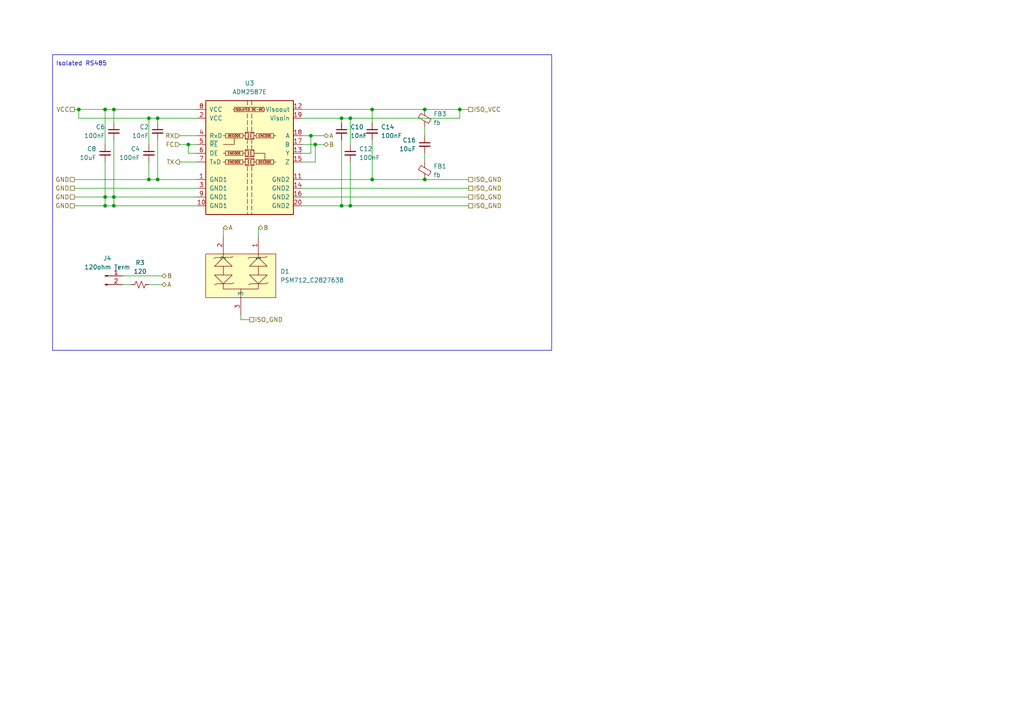
<source format=kicad_sch>
(kicad_sch (version 20250114) (generator "eeschema") (generator_version "9.0")
  (paper "A4")
  (lib_symbols
    (symbol "Connector:Conn_01x02_Pin" (pin_names (offset 1.016) (hide yes))
      (property "Reference" "J" (at 0 2.54 0))
      (property "Value" "Conn_01x02_Pin" (at 0 -5.08 0))
      (symbol "Conn_01x02_Pin_1_1"
        (rectangle (start 0.8636 0.127) (end 0 -0.127) (stroke (width 0.1524)) (fill (type outline)))
        (rectangle (start 0.8636 -2.413) (end 0 -2.667) (stroke (width 0.1524)) (fill (type outline)))
        (polyline (pts (xy 1.27 0) (xy 0.8636 0)) (stroke (width 0.1524)))
        (polyline (pts (xy 1.27 -2.54) (xy 0.8636 -2.54)) (stroke (width 0.1524)))
        (pin passive line (at 5.08 0 180) (length 3.81) (name "Pin_1") (number "1"))
        (pin passive line (at 5.08 -2.54 180) (length 3.81) (name "Pin_2") (number "2"))
      )
    )
    (symbol "Device:C_Small" (pin_numbers (hide yes)) (pin_names (offset 0.254) (hide yes))
      (property "Reference" "C" (at 0.254 1.778 0))
      (property "Value" "C_Small" (at 0.254 -2.032 0))
      (symbol "C_Small_0_1"
        (polyline (pts (xy -1.524 0.508) (xy 1.524 0.508)) (stroke (width 0.3048)))
        (polyline (pts (xy -1.524 -0.508) (xy 1.524 -0.508)) (stroke (width 0.3302)))
      )
      (symbol "C_Small_1_1"
        (pin passive line (at 0 2.54 270) (length 2.032) (name "~") (number "1"))
        (pin passive line (at 0 -2.54 90) (length 2.032) (name "~") (number "2"))
      )
    )
    (symbol "Device:FerriteBead_Small" (pin_numbers (hide yes)) (pin_names (offset 0))
      (property "Reference" "FB" (at 1.905 1.27 0))
      (property "Value" "FerriteBead_Small" (at 1.905 -1.27 0))
      (symbol "FerriteBead_Small_0_1"
        (polyline (pts (xy -1.8288 0.2794) (xy -1.1176 1.4986) (xy 1.8288 -0.2032) (xy 1.1176 -1.4224) (xy -1.8288 0.2794)))
        (polyline (pts (xy 0 0.889) (xy 0 1.2954)))
        (polyline (pts (xy 0 -1.27) (xy 0 -0.7874)))
      )
      (symbol "FerriteBead_Small_1_1"
        (pin passive line (at 0 2.54 270) (length 1.27) (name "~") (number "1"))
        (pin passive line (at 0 -2.54 90) (length 1.27) (name "~") (number "2"))
      )
    )
    (symbol "Device:R_Small_US" (pin_numbers (hide yes)) (pin_names (offset 0.254) (hide yes))
      (property "Reference" "R" (at 0.762 0.508 0))
      (property "Value" "R_Small_US" (at 0.762 -1.016 0))
      (symbol "R_Small_US_1_1"
        (polyline (pts (xy 0 1.524) (xy 1.016 1.143) (xy 0 0.762) (xy -1.016 0.381) (xy 0 0)))
        (polyline (pts (xy 0 0) (xy 1.016 -0.381) (xy 0 -0.762) (xy -1.016 -1.143) (xy 0 -1.524)))
        (pin passive line (at 0 2.54 270) (length 1.016) (name "~") (number "1"))
        (pin passive line (at 0 -2.54 90) (length 1.016) (name "~") (number "2"))
      )
    )
    (symbol "EasyEDA:PSM712_C2827638"
      (property "Reference" "D" (at 0 16.51 0))
      (property "Value" "PSM712_C2827638" (at 0 -16.51 0))
      (symbol "PSM712_C2827638_0_1"
        (rectangle (start -10.16 6.35) (end 10.16 -6.35) (fill (type background)))
        (polyline (pts (xy -7.62 -0.25) (xy -5.08 2.29)))
        (polyline (pts (xy -7.62 -2.79) (xy -5.08 -5.33)))
        (polyline (pts (xy -7.62 -5.59) (xy -6.86 -5.33) (xy -6.1 -5.33) (xy -2.79 -5.33) (xy -2.03 -5.08)))
        (polyline (pts (xy -5.08 2.29) (xy -5.08 3.81) (xy 5.08 3.81) (xy 5.08 2.29)))
        (polyline (pts (xy -5.08 -0.25) (xy -5.08 -2.79)))
        (polyline (pts (xy -5.08 -5.33) (xy -5.08 -6.35)))
        (polyline (pts (xy -2.54 -0.25) (xy -7.62 -0.25)))
        (polyline (pts (xy -2.54 -0.25) (xy -5.08 2.29)))
        (polyline (pts (xy -2.54 -2.79) (xy -7.62 -2.79)))
        (polyline (pts (xy -2.54 -2.79) (xy -5.08 -5.33)))
        (polyline (pts (xy -2.29 2.54) (xy -3.05 2.29) (xy -3.81 2.29) (xy -7.11 2.29) (xy -7.87 2.03)))
        (polyline (pts (xy 0 6.35) (xy 0 3.81)))
        (polyline (pts (xy 2.29 -5.59) (xy 3.05 -5.33) (xy 3.81 -5.33) (xy 7.11 -5.33) (xy 7.87 -5.08)))
        (polyline (pts (xy 2.54 -0.25) (xy 5.08 2.29)))
        (polyline (pts (xy 2.54 -0.25) (xy 7.62 -0.25)))
        (polyline (pts (xy 2.54 -2.79) (xy 5.08 -5.33)))
        (polyline (pts (xy 2.54 -2.79) (xy 7.62 -2.79)))
        (polyline (pts (xy 5.08 -0.25) (xy 5.08 -2.79)))
        (polyline (pts (xy 5.08 -5.33) (xy 5.08 -6.35)))
        (polyline (pts (xy 7.62 2.54) (xy 6.86 2.29) (xy 6.1 2.29) (xy 2.79 2.29) (xy 2.03 2.03)))
        (polyline (pts (xy 7.62 -0.25) (xy 5.08 2.29)))
        (polyline (pts (xy 7.62 -2.79) (xy 5.08 -5.33)))
        (pin unspecified line (at -5.08 -11.43 90) (length 5.08) (name "1") (number "1"))
        (pin unspecified line (at 0 11.43 270) (length 5.08) (name "3") (number "3"))
        (pin unspecified line (at 5.08 -11.43 90) (length 5.08) (name "2") (number "2"))
      )
    )
    (symbol "Interface_UART:ADM2587E" (pin_names (offset 1.016))
      (property "Reference" "U" (at 0 21.59 0))
      (property "Value" "ADM2587E" (at 0 19.05 0))
      (symbol "ADM2587E_0_0"
        (polyline (pts (xy -6.985 7.62) (xy -7.62 7.62)))
        (polyline (pts (xy -6.985 2.54) (xy -7.62 2.54)))
        (polyline (pts (xy -6.985 0) (xy -7.62 0)))
        (polyline (pts (xy -4.445 15.875) (xy -4.445 14.605)))
        (polyline (pts (xy -4.445 15.24) (xy -4.826 15.24)))
        (polyline (pts (xy -4.445 14.605) (xy 4.191 14.605)))
        (polyline (pts (xy -1.905 7.62) (xy -1.27 7.62)))
        (polyline (pts (xy -1.905 2.54) (xy -1.27 2.54)))
        (rectangle (start -1.905 0.635) (end -6.985 -0.635))
        (polyline (pts (xy -1.905 0) (xy -1.27 0)))
        (rectangle (start -1.27 8.636) (end 1.27 6.604))
        (polyline (pts (xy -1.27 8.382) (xy -0.508 8.382)))
        (polyline (pts (xy -1.27 6.858) (xy -0.508 6.858)))
        (rectangle (start -1.27 3.556) (end 1.27 1.524))
        (polyline (pts (xy -1.27 3.302) (xy -0.508 3.302)))
        (polyline (pts (xy -1.27 1.778) (xy -0.508 1.778)))
        (rectangle (start -1.27 1.016) (end 1.27 -1.016))
        (polyline (pts (xy -1.27 0.762) (xy -0.508 0.762)))
        (polyline (pts (xy -1.27 -0.762) (xy -0.508 -0.762)))
        (polyline (pts (xy -0.635 17.78) (xy -0.635 16.51)))
        (polyline (pts (xy -0.635 12.7) (xy -0.635 13.97)))
        (polyline (pts (xy -0.635 10.795) (xy -0.635 12.065)))
        (polyline (pts (xy -0.635 8.89) (xy -0.635 10.16)))
        (polyline (pts (xy -0.635 6.35) (xy -0.635 5.334)))
        (polyline (pts (xy -0.635 4.826) (xy -0.635 3.81)))
        (polyline (pts (xy -0.635 -1.27) (xy -0.635 -2.54)))
        (polyline (pts (xy -0.635 -3.175) (xy -0.635 -4.445)))
        (polyline (pts (xy -0.635 -5.08) (xy -0.635 -6.35)))
        (polyline (pts (xy -0.635 -6.985) (xy -0.635 -8.255)))
        (polyline (pts (xy -0.635 -8.89) (xy -0.635 -10.16)))
        (polyline (pts (xy -0.635 -10.795) (xy -0.635 -12.065)))
        (polyline (pts (xy -0.635 -12.7) (xy -0.635 -13.97)))
        (polyline (pts (xy -0.635 -14.605) (xy -0.635 -15.24)))
        (arc (start -0.508 8.382) (mid -0.2551 8.128) (end -0.508 7.874))
        (arc (start -0.508 7.874) (mid -0.2551 7.62) (end -0.508 7.366))
        (arc (start -0.508 7.366) (mid -0.2551 7.112) (end -0.508 6.858))
        (arc (start -0.508 3.302) (mid -0.2551 3.048) (end -0.508 2.794))
        (arc (start -0.508 2.794) (mid -0.2551 2.54) (end -0.508 2.286))
        (arc (start -0.508 2.286) (mid -0.2551 2.032) (end -0.508 1.778))
        (arc (start -0.508 0.762) (mid -0.2551 0.508) (end -0.508 0.254))
        (arc (start -0.508 0.254) (mid -0.2551 0) (end -0.508 -0.254))
        (arc (start -0.508 -0.254) (mid -0.2551 -0.508) (end -0.508 -0.762))
        (arc (start 0.508 7.874) (mid 0.255 8.128) (end 0.508 8.382))
        (arc (start 0.508 7.366) (mid 0.255 7.62) (end 0.508 7.874))
        (arc (start 0.508 6.858) (mid 0.255 7.112) (end 0.508 7.366))
        (arc (start 0.508 2.794) (mid 0.255 3.048) (end 0.508 3.302))
        (arc (start 0.508 2.286) (mid 0.255 2.54) (end 0.508 2.794))
        (arc (start 0.508 1.778) (mid 0.255 2.032) (end 0.508 2.286))
        (arc (start 0.508 0.254) (mid 0.255 0.508) (end 0.508 0.762))
        (arc (start 0.508 -0.254) (mid 0.255 0) (end 0.508 0.254))
        (arc (start 0.508 -0.762) (mid 0.255 -0.508) (end 0.508 -0.254))
        (polyline (pts (xy 0.635 17.78) (xy 0.635 16.51)))
        (polyline (pts (xy 0.635 13.97) (xy 0.635 12.7)))
        (polyline (pts (xy 0.635 12.065) (xy 0.635 10.795)))
        (polyline (pts (xy 0.635 8.89) (xy 0.635 10.16)))
        (polyline (pts (xy 0.635 6.35) (xy 0.635 5.334)))
        (polyline (pts (xy 0.635 3.81) (xy 0.635 4.826)))
        (polyline (pts (xy 0.635 -1.27) (xy 0.635 -2.54)))
        (polyline (pts (xy 0.635 -3.175) (xy 0.635 -4.445)))
        (polyline (pts (xy 0.635 -5.08) (xy 0.635 -6.35)))
        (polyline (pts (xy 0.635 -6.985) (xy 0.635 -8.255)))
        (polyline (pts (xy 0.635 -8.89) (xy 0.635 -10.16)))
        (polyline (pts (xy 0.635 -10.795) (xy 0.635 -12.065)))
        (polyline (pts (xy 0.635 -12.7) (xy 0.635 -13.97)))
        (polyline (pts (xy 0.635 -14.605) (xy 0.635 -15.24)))
        (polyline (pts (xy 1.27 8.382) (xy 0.508 8.382)))
        (polyline (pts (xy 1.27 6.858) (xy 0.508 6.858)))
        (polyline (pts (xy 1.27 3.302) (xy 0.508 3.302)))
        (polyline (pts (xy 1.27 1.778) (xy 0.508 1.778)))
        (polyline (pts (xy 1.27 0.762) (xy 0.508 0.762)))
        (polyline (pts (xy 1.27 -0.762) (xy 0.508 -0.762)))
        (rectangle (start 1.905 8.255) (end 6.985 6.985))
        (polyline (pts (xy 1.905 7.62) (xy 1.27 7.62)))
        (rectangle (start 1.905 0.635) (end 6.985 -0.635))
        (polyline (pts (xy 1.905 0) (xy 1.27 0)))
        (polyline (pts (xy 4.191 15.875) (xy -4.445 15.875)))
        (polyline (pts (xy 4.191 15.875) (xy 4.191 14.605)))
        (polyline (pts (xy 4.191 15.24) (xy 4.572 15.24)))
        (polyline (pts (xy 6.985 7.62) (xy 7.62 7.62)))
        (polyline (pts (xy 6.985 0) (xy 7.62 0)))
        (text "DECODE" (at -4.445 7.62 0) (effects (font (size 0.635 0.635))))
        (text "ENCODE" (at -4.445 2.54 0) (effects (font (size 0.635 0.635))))
        (text "ENCODE" (at -4.445 0 0) (effects (font (size 0.635 0.635))))
        (text "ISOLATED DC-DC" (at -0.127 15.24 0) (effects (font (size 0.635 0.635))))
        (text "ENCODE" (at 4.445 7.62 0) (effects (font (size 0.635 0.635))))
        (text "DECODE" (at 4.445 0 0) (effects (font (size 0.635 0.635))))
      )
      (symbol "ADM2587E_0_1"
        (rectangle (start -12.7 17.78) (end 12.7 -15.24) (stroke (width 0.254)) (fill (type background)))
        (polyline (pts (xy -7.62 5.08) (xy -4.445 5.08) (xy -4.445 6.985)))
        (rectangle (start -1.905 8.255) (end -6.985 6.985))
        (rectangle (start -1.905 3.175) (end -6.985 1.905))
        (polyline (pts (xy 1.27 2.54) (xy 4.445 2.54) (xy 4.445 0.635)))
      )
      (symbol "ADM2587E_1_1"
        (pin power_in line (at -15.24 15.24 0) (length 2.54) (name "VCC") (number "8"))
        (pin power_in line (at -15.24 12.7 0) (length 2.54) (name "VCC") (number "2"))
        (pin output line (at -15.24 7.62 0) (length 2.54) (name "RxD") (number "4"))
        (pin input line (at -15.24 5.08 0) (length 2.54) (name "~{RE}") (number "5"))
        (pin input line (at -15.24 2.54 0) (length 2.54) (name "DE") (number "6"))
        (pin input line (at -15.24 0 0) (length 2.54) (name "TxD") (number "7"))
        (pin power_in line (at -15.24 -5.08 0) (length 2.54) (name "GND1") (number "1"))
        (pin power_in line (at -15.24 -7.62 0) (length 2.54) (name "GND1") (number "3"))
        (pin power_in line (at -15.24 -10.16 0) (length 2.54) (name "GND1") (number "9"))
        (pin power_in line (at -15.24 -12.7 0) (length 2.54) (name "GND1") (number "10"))
        (pin power_out line (at 15.24 15.24 180) (length 2.54) (name "Visoout") (number "12"))
        (pin power_in line (at 15.24 12.7 180) (length 2.54) (name "Visoin") (number "19"))
        (pin input line (at 15.24 7.62 180) (length 2.54) (name "A") (number "18"))
        (pin input line (at 15.24 5.08 180) (length 2.54) (name "B") (number "17"))
        (pin output line (at 15.24 2.54 180) (length 2.54) (name "Y") (number "13"))
        (pin output line (at 15.24 0 180) (length 2.54) (name "Z") (number "15"))
        (pin power_in line (at 15.24 -5.08 180) (length 2.54) (name "GND2") (number "11"))
        (pin power_in line (at 15.24 -7.62 180) (length 2.54) (name "GND2") (number "14"))
        (pin power_in line (at 15.24 -10.16 180) (length 2.54) (name "GND2") (number "16"))
        (pin power_in line (at 15.24 -12.7 180) (length 2.54) (name "GND2") (number "20"))
      )
    )
  )
  (rectangle (start 15.24 15.875) (end 160.02 101.6))
  (text "Isolated RS485" (at 23.622 18.542 0) (effects (font (size 1.27 1.27))))
  (junction (at 45.72 52.07))
  (junction (at 30.48 59.69))
  (junction (at 133.35 31.75))
  (junction (at 99.06 59.69))
  (junction (at 45.72 34.29))
  (junction (at 101.6 34.29))
  (junction (at 33.02 31.75))
  (junction (at 54.61 41.91))
  (junction (at 43.18 52.07))
  (junction (at 33.02 59.69))
  (junction (at 107.95 52.07))
  (junction (at 99.06 34.29))
  (junction (at 123.19 31.75))
  (junction (at 101.6 59.69))
  (junction (at 90.17 39.37))
  (junction (at 107.95 31.75))
  (junction (at 43.18 34.29))
  (junction (at 30.48 57.15))
  (junction (at 22.86 31.75))
  (junction (at 33.02 57.15))
  (junction (at 123.19 52.07))
  (junction (at 91.44 41.91))
  (junction (at 30.48 31.75))
  (wire (pts (xy 99.06 34.29) (xy 101.6 34.29)))
  (wire (pts (xy 99.06 59.69) (xy 101.6 59.69)))
  (wire (pts (xy 107.95 31.75) (xy 107.95 35.56)))
  (wire (pts (xy 35.56 82.55) (xy 38.1 82.55)))
  (wire (pts (xy 87.63 52.07) (xy 107.95 52.07)))
  (wire (pts (xy 52.07 39.37) (xy 57.15 39.37)))
  (wire (pts (xy 54.61 41.91) (xy 57.15 41.91)))
  (wire (pts (xy 30.48 31.75) (xy 30.48 41.91)))
  (wire (pts (xy 45.72 52.07) (xy 57.15 52.07)))
  (wire (pts (xy 33.02 31.75) (xy 33.02 35.56)))
  (wire (pts (xy 87.63 39.37) (xy 90.17 39.37)))
  (wire (pts (xy 33.02 59.69) (xy 57.15 59.69)))
  (wire (pts (xy 33.02 57.15) (xy 57.15 57.15)))
  (wire (pts (xy 133.35 34.29) (xy 133.35 31.75)))
  (wire (pts (xy 30.48 59.69) (xy 33.02 59.69)))
  (wire (pts (xy 30.48 46.99) (xy 30.48 57.15)))
  (wire (pts (xy 87.63 31.75) (xy 107.95 31.75)))
  (wire (pts (xy 22.86 34.29) (xy 43.18 34.29)))
  (wire (pts (xy 45.72 40.64) (xy 45.72 52.07)))
  (wire (pts (xy 74.93 66.04) (xy 74.93 68.58)))
  (wire (pts (xy 33.02 57.15) (xy 33.02 59.69)))
  (wire (pts (xy 43.18 82.55) (xy 46.99 82.55)))
  (wire (pts (xy 43.18 52.07) (xy 45.72 52.07)))
  (wire (pts (xy 21.59 54.61) (xy 57.15 54.61)))
  (wire (pts (xy 30.48 57.15) (xy 33.02 57.15)))
  (wire (pts (xy 21.59 52.07) (xy 43.18 52.07)))
  (wire (pts (xy 87.63 54.61) (xy 135.89 54.61)))
  (wire (pts (xy 30.48 31.75) (xy 33.02 31.75)))
  (wire (pts (xy 87.63 44.45) (xy 90.17 44.45)))
  (wire (pts (xy 35.56 80.01) (xy 46.99 80.01)))
  (wire (pts (xy 33.02 31.75) (xy 57.15 31.75)))
  (wire (pts (xy 21.59 59.69) (xy 30.48 59.69)))
  (wire (pts (xy 91.44 41.91) (xy 91.44 46.99)))
  (wire (pts (xy 91.44 41.91) (xy 93.98 41.91)))
  (wire (pts (xy 87.63 46.99) (xy 91.44 46.99)))
  (wire (pts (xy 57.15 44.45) (xy 54.61 44.45)))
  (wire (pts (xy 107.95 40.64) (xy 107.95 52.07)))
  (wire (pts (xy 21.59 57.15) (xy 30.48 57.15)))
  (wire (pts (xy 69.85 91.44) (xy 69.85 92.71)))
  (wire (pts (xy 69.85 92.71) (xy 72.39 92.71)))
  (wire (pts (xy 33.02 40.64) (xy 33.02 57.15)))
  (wire (pts (xy 43.18 46.99) (xy 43.18 52.07)))
  (wire (pts (xy 54.61 44.45) (xy 54.61 41.91)))
  (wire (pts (xy 64.77 66.04) (xy 64.77 68.58)))
  (wire (pts (xy 123.19 52.07) (xy 135.89 52.07)))
  (wire (pts (xy 101.6 59.69) (xy 135.89 59.69)))
  (wire (pts (xy 101.6 46.99) (xy 101.6 59.69)))
  (wire (pts (xy 107.95 52.07) (xy 123.19 52.07)))
  (wire (pts (xy 90.17 39.37) (xy 93.98 39.37)))
  (wire (pts (xy 123.19 44.45) (xy 123.19 46.99)))
  (wire (pts (xy 101.6 34.29) (xy 133.35 34.29)))
  (wire (pts (xy 87.63 59.69) (xy 99.06 59.69)))
  (wire (pts (xy 21.59 31.75) (xy 22.86 31.75)))
  (wire (pts (xy 22.86 31.75) (xy 30.48 31.75)))
  (wire (pts (xy 99.06 40.64) (xy 99.06 59.69)))
  (wire (pts (xy 52.07 46.99) (xy 57.15 46.99)))
  (wire (pts (xy 123.19 31.75) (xy 133.35 31.75)))
  (wire (pts (xy 87.63 57.15) (xy 135.89 57.15)))
  (wire (pts (xy 101.6 34.29) (xy 101.6 41.91)))
  (wire (pts (xy 43.18 34.29) (xy 45.72 34.29)))
  (wire (pts (xy 90.17 39.37) (xy 90.17 44.45)))
  (wire (pts (xy 133.35 31.75) (xy 135.89 31.75)))
  (wire (pts (xy 22.86 31.75) (xy 22.86 34.29)))
  (wire (pts (xy 107.95 31.75) (xy 123.19 31.75)))
  (wire (pts (xy 87.63 34.29) (xy 99.06 34.29)))
  (wire (pts (xy 52.07 41.91) (xy 54.61 41.91)))
  (wire (pts (xy 123.19 36.83) (xy 123.19 39.37)))
  (wire (pts (xy 99.06 34.29) (xy 99.06 35.56)))
  (wire (pts (xy 43.18 34.29) (xy 43.18 41.91)))
  (wire (pts (xy 87.63 41.91) (xy 91.44 41.91)))
  (wire (pts (xy 45.72 34.29) (xy 45.72 35.56)))
  (wire (pts (xy 30.48 57.15) (xy 30.48 59.69)))
  (wire (pts (xy 45.72 34.29) (xy 57.15 34.29)))
  (hierarchical_label "ISO_GND" (shape passive) (at 135.89 52.07 0))
  (hierarchical_label "ISO_GND" (shape passive) (at 135.89 57.15 0))
  (hierarchical_label "ISO_VCC" (shape passive) (at 135.89 31.75 0))
  (hierarchical_label "B" (shape bidirectional) (at 74.93 66.04 0))
  (hierarchical_label "ISO_GND" (shape passive) (at 72.39 92.71 0))
  (hierarchical_label "GND" (shape passive) (at 21.59 57.15 180))
  (hierarchical_label "GND" (shape passive) (at 21.59 59.69 180))
  (hierarchical_label "A" (shape bidirectional) (at 46.99 82.55 0))
  (hierarchical_label "FC" (shape input) (at 52.07 41.91 180))
  (hierarchical_label "A" (shape bidirectional) (at 93.98 39.37 0))
  (hierarchical_label "A" (shape bidirectional) (at 64.77 66.04 0))
  (hierarchical_label "RX" (shape input) (at 52.07 39.37 180))
  (hierarchical_label "B" (shape bidirectional) (at 46.99 80.01 0))
  (hierarchical_label "GND" (shape passive) (at 21.59 54.61 180))
  (hierarchical_label "B" (shape bidirectional) (at 93.98 41.91 0))
  (hierarchical_label "ISO_GND" (shape passive) (at 135.89 59.69 0))
  (hierarchical_label "VCC" (shape passive) (at 21.59 31.75 180))
  (hierarchical_label "TX" (shape output) (at 52.07 46.99 180))
  (hierarchical_label "GND" (shape passive) (at 21.59 52.07 180))
  (hierarchical_label "ISO_GND" (shape passive) (at 135.89 54.61 0))
  (symbol (lib_id "Connector:Conn_01x02_Pin") (at 30.48 80.01 0) (unit 1)
    (property "Reference" "J4" (at 31.115 74.93 0))
    (property "Value" "120ohm Term" (at 31.115 77.47 0))
    (property "Footprint" "Connector_PinHeader_2.54mm:PinHeader_1x02_P2.54mm_Vertical" (effects (hide yes)))
    (property "Description" "Generic connector, single row, 01x02, script generated" (effects (hide yes)))
    (instances (project "" (path "" (reference "J4") (unit 1)) (path "" (reference "J9") (unit 1))))
  )
  (symbol (lib_id "Device:C_Small") (at 30.48 44.45 0) (mirror y) (unit 1)
    (property "Reference" "C8" (at 27.94 43.1862 0) (effects (justify left)))
    (property "Value" "10uF" (at 27.94 45.7262 0) (effects (justify left)))
    (property "Footprint" "Capacitor_SMD:C_0402_1005Metric" (effects (hide yes)))
    (property "Description" "Unpolarized capacitor, small symbol" (effects (hide yes)))
    (instances (project "Pool-Spa-Controller-V2" (path "" (reference "C8") (unit 1)) (path "" (reference "C9") (unit 1))))
  )
  (symbol (lib_id "Device:C_Small") (at 33.02 38.1 0) (mirror y) (unit 1)
    (property "Reference" "C6" (at 30.48 36.8362 0) (effects (justify left)))
    (property "Value" "100nF" (at 30.48 39.3762 0) (effects (justify left)))
    (property "Footprint" "Capacitor_SMD:C_0402_1005Metric" (effects (hide yes)))
    (property "Description" "Unpolarized capacitor, small symbol" (effects (hide yes)))
    (instances (project "Pool-Spa-Controller-V2" (path "" (reference "C6") (unit 1)) (path "" (reference "C7") (unit 1))))
  )
  (symbol (lib_id "EasyEDA:PSM712_C2827638") (at 69.85 80.01 180) (unit 1)
    (property "Reference" "D1" (at 81.28 78.7399 0) (effects (justify right)))
    (property "Value" "PSM712_C2827638" (at 81.28 81.2799 0) (effects (justify right)))
    (property "Footprint" "EasyEDA:SOT-23-3_L2.9-W1.3-P1.90-LS2.4-BL-2" (effects (hide yes)))
    (property "LCSC Part" "C2827638" (effects (hide yes)))
    (instances (project "" (path "" (reference "D1") (unit 1)) (path "" (reference "D2") (unit 1))))
  )
  (symbol (lib_id "Device:C_Small") (at 45.72 38.1 0) (mirror y) (unit 1)
    (property "Reference" "C2" (at 43.18 36.8362 0) (effects (justify left)))
    (property "Value" "10nF" (at 43.18 39.3762 0) (effects (justify left)))
    (property "Footprint" "Capacitor_SMD:C_0402_1005Metric" (effects (hide yes)))
    (property "Description" "Unpolarized capacitor, small symbol" (effects (hide yes)))
    (instances (project "" (path "" (reference "C2") (unit 1)) (path "" (reference "C3") (unit 1))))
  )
  (symbol (lib_id "Device:R_Small_US") (at 40.64 82.55 90) (unit 1)
    (property "Reference" "R3" (at 40.64 76.2 90))
    (property "Value" "120" (at 40.64 78.74 90))
    (property "Footprint" "Resistor_SMD:R_0402_1005Metric" (effects (hide yes)))
    (property "Description" "Resistor, small US symbol" (effects (hide yes)))
    (instances (project "" (path "" (reference "R3") (unit 1)) (path "" (reference "R4") (unit 1))))
  )
  (symbol (lib_id "Device:FerriteBead_Small") (at 123.19 49.53 0) (unit 1)
    (property "Reference" "FB1" (at 125.73 48.2218 0) (effects (justify left)))
    (property "Value" "fb" (at 125.73 50.7618 0) (effects (justify left)))
    (property "Footprint" "Inductor_SMD:L_0402_1005Metric" (effects (hide yes)))
    (property "Description" "Ferrite bead, small symbol" (effects (hide yes)))
    (instances (project "" (path "" (reference "FB1") (unit 1)) (path "" (reference "FB2") (unit 1))))
  )
  (symbol (lib_id "Device:C_Small") (at 107.95 38.1 0) (unit 1)
    (property "Reference" "C14" (at 110.49 36.8362 0) (effects (justify left)))
    (property "Value" "100nF" (at 110.49 39.3762 0) (effects (justify left)))
    (property "Footprint" "Capacitor_SMD:C_0402_1005Metric" (effects (hide yes)))
    (property "Description" "Unpolarized capacitor, small symbol" (effects (hide yes)))
    (instances (project "Pool-Spa-Controller-V2" (path "" (reference "C14") (unit 1)) (path "" (reference "C15") (unit 1))))
  )
  (symbol (lib_id "Device:C_Small") (at 101.6 44.45 0) (unit 1)
    (property "Reference" "C12" (at 104.14 43.1862 0) (effects (justify left)))
    (property "Value" "100nF" (at 104.14 45.7262 0) (effects (justify left)))
    (property "Footprint" "Capacitor_SMD:C_0402_1005Metric" (effects (hide yes)))
    (property "Description" "Unpolarized capacitor, small symbol" (effects (hide yes)))
    (instances (project "Pool-Spa-Controller-V2" (path "" (reference "C12") (unit 1)) (path "" (reference "C13") (unit 1))))
  )
  (symbol (lib_id "Device:C_Small") (at 43.18 44.45 0) (mirror y) (unit 1)
    (property "Reference" "C4" (at 40.64 43.1862 0) (effects (justify left)))
    (property "Value" "100nF" (at 40.64 45.7262 0) (effects (justify left)))
    (property "Footprint" "Capacitor_SMD:C_0402_1005Metric" (effects (hide yes)))
    (property "Description" "Unpolarized capacitor, small symbol" (effects (hide yes)))
    (instances (project "Pool-Spa-Controller-V2" (path "" (reference "C4") (unit 1)) (path "" (reference "C5") (unit 1))))
  )
  (symbol (lib_id "Device:C_Small") (at 123.19 41.91 0) (mirror y) (unit 1)
    (property "Reference" "C16" (at 120.65 40.6462 0) (effects (justify left)))
    (property "Value" "10uF" (at 120.65 43.1862 0) (effects (justify left)))
    (property "Footprint" "Capacitor_SMD:C_0402_1005Metric" (effects (hide yes)))
    (property "Description" "Unpolarized capacitor, small symbol" (effects (hide yes)))
    (instances (project "Pool-Spa-Controller-V2" (path "" (reference "C16") (unit 1)) (path "" (reference "C17") (unit 1))))
  )
  (symbol (lib_id "Interface_UART:ADM2587E") (at 72.39 46.99 0) (unit 1)
    (property "Reference" "U3" (at 72.39 24.13 0))
    (property "Value" "ADM2587E" (at 72.39 26.67 0))
    (property "Footprint" "Package_SO:SOIC-20W_7.5x12.8mm_P1.27mm" (effects (hide yes)))
    (property "Datasheet" "www.analog.com/media/en/technical-documentation/data-sheets/ADM2582E_2587E.pdf" (effects (hide yes)))
    (property "Description" "Isolated RS485/RS422 Transceiver,Integrated Isolated DC-DC Converter, 500kbps,SO-20" (effects (hide yes)))
    (instances (project "Pool-Spa-Controller-V2" (path "" (reference "U3") (unit 1)) (path "" (reference "U4") (unit 1))))
  )
  (symbol (lib_id "Device:FerriteBead_Small") (at 123.19 34.29 180) (unit 1)
    (property "Reference" "FB3" (at 125.73 33.058 0) (effects (justify right)))
    (property "Value" "fb" (at 125.73 35.598 0) (effects (justify right)))
    (property "Footprint" "Inductor_SMD:L_0402_1005Metric" (effects (hide yes)))
    (property "Description" "Ferrite bead, small symbol" (effects (hide yes)))
    (instances (project "Pool-Spa-Controller-V2" (path "" (reference "FB3") (unit 1)) (path "" (reference "FB4") (unit 1))))
  )
  (symbol (lib_id "Device:C_Small") (at 99.06 38.1 0) (unit 1)
    (property "Reference" "C10" (at 101.6 36.8362 0) (effects (justify left)))
    (property "Value" "10nF" (at 101.6 39.3762 0) (effects (justify left)))
    (property "Footprint" "Capacitor_SMD:C_0402_1005Metric" (effects (hide yes)))
    (property "Description" "Unpolarized capacitor, small symbol" (effects (hide yes)))
    (instances (project "Pool-Spa-Controller-V2" (path "" (reference "C10") (unit 1)) (path "" (reference "C11") (unit 1))))
  )
)
</source>
